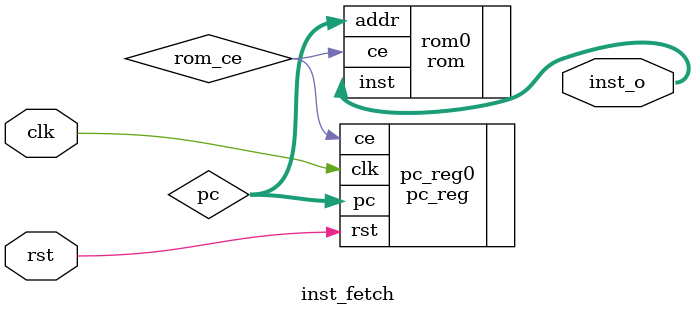
<source format=v>
module inst_fetch(
	input	wire	clk,
	input	wire	rst,

	output	wire[31:0]	inst_o
	
);

wire[5:0]	pc;
wire	rom_ce;


pc_reg pc_reg0(
	.clk(clk),
	.rst(rst),
	.pc(pc),
	.ce(rom_ce)
);

rom rom0(
	.ce(rom_ce),
	.addr(pc),
	.inst(inst_o)
);


endmodule

</source>
